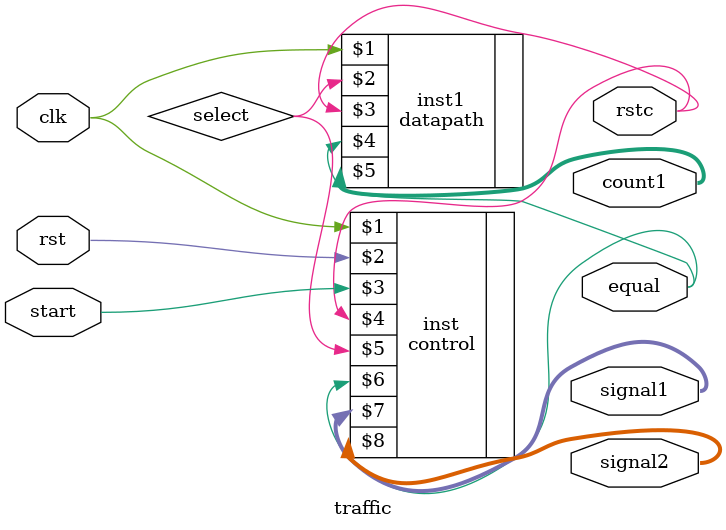
<source format=v>
module traffic(clk,rst,start,signal1,signal2,equal,rstc,count1);
  input clk,start,rst;
  output [2:0]signal1,signal2;
  output [7:0]count1;
  output    equal,rstc;
  wire select;
  control inst(clk,rst,start,rstc,select,equal,signal1,signal2);
  datapath inst1(clk,select,rstc,equal,count1);
endmodule
</source>
